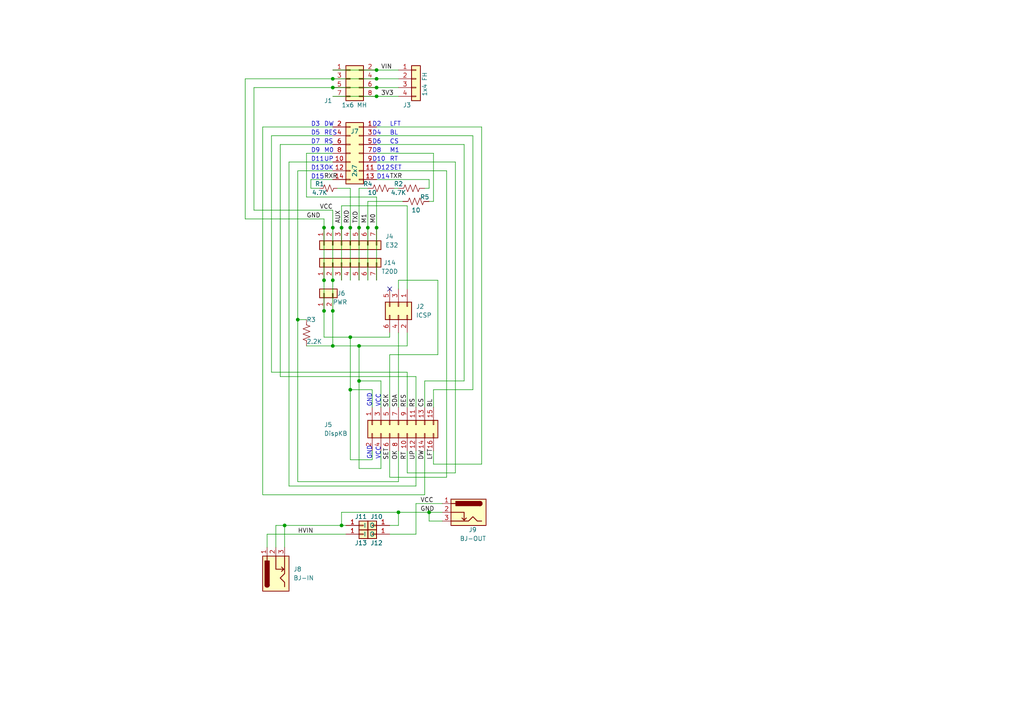
<source format=kicad_sch>
(kicad_sch (version 20230121) (generator eeschema)
  (paper "A4")
  (lib_symbols
    (symbol "Connector:Barrel_Jack_Switch_Pin3Ring" (pin_names hide)
      (property "Reference" "J" (at 0 5.334 0))
      (property "Value" "Barrel_Jack_Switch_Pin3Ring" (at 0 -5.08 0))
      (symbol "Barrel_Jack_Switch_Pin3Ring_0_1"
        (rectangle (start -5.08 3.81) (end 5.08 -3.81) (stroke (width 0.254)) (fill (type background)))
        (arc (start -3.302 3.175) (mid -3.9343 2.54) (end -3.302 1.905) (stroke (width 0.254)))
        (arc (start -3.302 3.175) (mid -3.9343 2.54) (end -3.302 1.905) (stroke (width 0.254)) (fill (type outline)))
        (polyline (pts (xy 1.27 -2.286) (xy 1.905 -1.651)) (stroke (width 0.254)))
        (polyline (pts (xy 5.08 2.54) (xy 3.81 2.54)) (stroke (width 0.254)))
        (polyline (pts (xy 5.08 0) (xy 1.27 0) (xy 1.27 -2.286) (xy 0.635 -1.651)) (stroke (width 0.254)))
        (polyline (pts (xy -3.81 -2.54) (xy -2.54 -2.54) (xy -1.27 -1.27) (xy 0 -2.54) (xy 2.54 -2.54) (xy 5.08 -2.54)) (stroke (width 0.254)))
        (rectangle (start 3.683 3.175) (end -3.302 1.905) (stroke (width 0.254)) (fill (type outline)))
      )
      (symbol "Barrel_Jack_Switch_Pin3Ring_1_1"
        (pin passive line (at 7.62 2.54 180) (length 2.54) (name "~") (number "1"))
        (pin passive line (at 7.62 0 180) (length 2.54) (name "~") (number "2"))
        (pin passive line (at 7.62 -2.54 180) (length 2.54) (name "~") (number "3"))
      )
    )
    (symbol "Connector_Generic:Conn_01x01" (pin_names (offset 1.016) hide)
      (property "Reference" "J" (at 0 2.54 0))
      (property "Value" "Conn_01x01" (at 0 -2.54 0))
      (symbol "Conn_01x01_1_1"
        (rectangle (start -1.27 0.127) (end 0 -0.127) (stroke (width 0.1524)))
        (rectangle (start -1.27 1.27) (end 1.27 -1.27) (stroke (width 0.254)) (fill (type background)))
        (pin passive line (at -5.08 0 0) (length 3.81) (name "Pin_1") (number "1"))
      )
    )
    (symbol "Connector_Generic:Conn_01x02" (pin_names (offset 1.016) hide)
      (property "Reference" "J" (at 0 2.54 0))
      (property "Value" "Conn_01x02" (at 0 -5.08 0))
      (symbol "Conn_01x02_1_1"
        (rectangle (start -1.27 -2.413) (end 0 -2.667) (stroke (width 0.1524)))
        (rectangle (start -1.27 0.127) (end 0 -0.127) (stroke (width 0.1524)))
        (rectangle (start -1.27 1.27) (end 1.27 -3.81) (stroke (width 0.254)) (fill (type background)))
        (pin passive line (at -5.08 0 0) (length 3.81) (name "Pin_1") (number "1"))
        (pin passive line (at -5.08 -2.54 0) (length 3.81) (name "Pin_2") (number "2"))
      )
    )
    (symbol "Connector_Generic:Conn_01x04" (pin_names (offset 1.016) hide)
      (property "Reference" "J" (at 0 5.08 0))
      (property "Value" "Conn_01x04" (at 0 -7.62 0))
      (symbol "Conn_01x04_1_1"
        (rectangle (start -1.27 -4.953) (end 0 -5.207) (stroke (width 0.1524)))
        (rectangle (start -1.27 -2.413) (end 0 -2.667) (stroke (width 0.1524)))
        (rectangle (start -1.27 0.127) (end 0 -0.127) (stroke (width 0.1524)))
        (rectangle (start -1.27 2.667) (end 0 2.413) (stroke (width 0.1524)))
        (rectangle (start -1.27 3.81) (end 1.27 -6.35) (stroke (width 0.254)) (fill (type background)))
        (pin passive line (at -5.08 2.54 0) (length 3.81) (name "Pin_1") (number "1"))
        (pin passive line (at -5.08 0 0) (length 3.81) (name "Pin_2") (number "2"))
        (pin passive line (at -5.08 -2.54 0) (length 3.81) (name "Pin_3") (number "3"))
        (pin passive line (at -5.08 -5.08 0) (length 3.81) (name "Pin_4") (number "4"))
      )
    )
    (symbol "Connector_Generic:Conn_01x07" (pin_names (offset 1.016) hide)
      (property "Reference" "J" (at 0 10.16 0))
      (property "Value" "Conn_01x07" (at 0 -10.16 0))
      (symbol "Conn_01x07_1_1"
        (rectangle (start -1.27 -7.493) (end 0 -7.747) (stroke (width 0.1524)))
        (rectangle (start -1.27 -4.953) (end 0 -5.207) (stroke (width 0.1524)))
        (rectangle (start -1.27 -2.413) (end 0 -2.667) (stroke (width 0.1524)))
        (rectangle (start -1.27 0.127) (end 0 -0.127) (stroke (width 0.1524)))
        (rectangle (start -1.27 2.667) (end 0 2.413) (stroke (width 0.1524)))
        (rectangle (start -1.27 5.207) (end 0 4.953) (stroke (width 0.1524)))
        (rectangle (start -1.27 7.747) (end 0 7.493) (stroke (width 0.1524)))
        (rectangle (start -1.27 8.89) (end 1.27 -8.89) (stroke (width 0.254)) (fill (type background)))
        (pin passive line (at -5.08 7.62 0) (length 3.81) (name "Pin_1") (number "1"))
        (pin passive line (at -5.08 5.08 0) (length 3.81) (name "Pin_2") (number "2"))
        (pin passive line (at -5.08 2.54 0) (length 3.81) (name "Pin_3") (number "3"))
        (pin passive line (at -5.08 0 0) (length 3.81) (name "Pin_4") (number "4"))
        (pin passive line (at -5.08 -2.54 0) (length 3.81) (name "Pin_5") (number "5"))
        (pin passive line (at -5.08 -5.08 0) (length 3.81) (name "Pin_6") (number "6"))
        (pin passive line (at -5.08 -7.62 0) (length 3.81) (name "Pin_7") (number "7"))
      )
    )
    (symbol "Connector_Generic:Conn_02x03_Odd_Even" (pin_names (offset 1.016) hide)
      (property "Reference" "J" (at 1.27 5.08 0))
      (property "Value" "Conn_02x03_Odd_Even" (at 1.27 -5.08 0))
      (symbol "Conn_02x03_Odd_Even_1_1"
        (rectangle (start -1.27 -2.413) (end 0 -2.667) (stroke (width 0.1524)))
        (rectangle (start -1.27 0.127) (end 0 -0.127) (stroke (width 0.1524)))
        (rectangle (start -1.27 2.667) (end 0 2.413) (stroke (width 0.1524)))
        (rectangle (start -1.27 3.81) (end 3.81 -3.81) (stroke (width 0.254)) (fill (type background)))
        (rectangle (start 3.81 -2.413) (end 2.54 -2.667) (stroke (width 0.1524)))
        (rectangle (start 3.81 0.127) (end 2.54 -0.127) (stroke (width 0.1524)))
        (rectangle (start 3.81 2.667) (end 2.54 2.413) (stroke (width 0.1524)))
        (pin passive line (at -5.08 2.54 0) (length 3.81) (name "Pin_1") (number "1"))
        (pin passive line (at 7.62 2.54 180) (length 3.81) (name "Pin_2") (number "2"))
        (pin passive line (at -5.08 0 0) (length 3.81) (name "Pin_3") (number "3"))
        (pin passive line (at 7.62 0 180) (length 3.81) (name "Pin_4") (number "4"))
        (pin passive line (at -5.08 -2.54 0) (length 3.81) (name "Pin_5") (number "5"))
        (pin passive line (at 7.62 -2.54 180) (length 3.81) (name "Pin_6") (number "6"))
      )
    )
    (symbol "Connector_Generic:Conn_02x04_Odd_Even" (pin_names (offset 1.016) hide)
      (property "Reference" "J" (at 1.27 5.08 0))
      (property "Value" "Conn_02x04_Odd_Even" (at 1.27 -7.62 0))
      (symbol "Conn_02x04_Odd_Even_1_1"
        (rectangle (start -1.27 -4.953) (end 0 -5.207) (stroke (width 0.1524)))
        (rectangle (start -1.27 -2.413) (end 0 -2.667) (stroke (width 0.1524)))
        (rectangle (start -1.27 0.127) (end 0 -0.127) (stroke (width 0.1524)))
        (rectangle (start -1.27 2.667) (end 0 2.413) (stroke (width 0.1524)))
        (rectangle (start -1.27 3.81) (end 3.81 -6.35) (stroke (width 0.254)) (fill (type background)))
        (rectangle (start 3.81 -4.953) (end 2.54 -5.207) (stroke (width 0.1524)))
        (rectangle (start 3.81 -2.413) (end 2.54 -2.667) (stroke (width 0.1524)))
        (rectangle (start 3.81 0.127) (end 2.54 -0.127) (stroke (width 0.1524)))
        (rectangle (start 3.81 2.667) (end 2.54 2.413) (stroke (width 0.1524)))
        (pin passive line (at -5.08 2.54 0) (length 3.81) (name "Pin_1") (number "1"))
        (pin passive line (at 7.62 2.54 180) (length 3.81) (name "Pin_2") (number "2"))
        (pin passive line (at -5.08 0 0) (length 3.81) (name "Pin_3") (number "3"))
        (pin passive line (at 7.62 0 180) (length 3.81) (name "Pin_4") (number "4"))
        (pin passive line (at -5.08 -2.54 0) (length 3.81) (name "Pin_5") (number "5"))
        (pin passive line (at 7.62 -2.54 180) (length 3.81) (name "Pin_6") (number "6"))
        (pin passive line (at -5.08 -5.08 0) (length 3.81) (name "Pin_7") (number "7"))
        (pin passive line (at 7.62 -5.08 180) (length 3.81) (name "Pin_8") (number "8"))
      )
    )
    (symbol "Connector_Generic:Conn_02x07_Odd_Even" (pin_names (offset 1.016) hide)
      (property "Reference" "J" (at 1.27 10.16 0))
      (property "Value" "Conn_02x07_Odd_Even" (at 1.27 -10.16 0))
      (symbol "Conn_02x07_Odd_Even_1_1"
        (rectangle (start -1.27 -7.493) (end 0 -7.747) (stroke (width 0.1524)))
        (rectangle (start -1.27 -4.953) (end 0 -5.207) (stroke (width 0.1524)))
        (rectangle (start -1.27 -2.413) (end 0 -2.667) (stroke (width 0.1524)))
        (rectangle (start -1.27 0.127) (end 0 -0.127) (stroke (width 0.1524)))
        (rectangle (start -1.27 2.667) (end 0 2.413) (stroke (width 0.1524)))
        (rectangle (start -1.27 5.207) (end 0 4.953) (stroke (width 0.1524)))
        (rectangle (start -1.27 7.747) (end 0 7.493) (stroke (width 0.1524)))
        (rectangle (start -1.27 8.89) (end 3.81 -8.89) (stroke (width 0.254)) (fill (type background)))
        (rectangle (start 3.81 -7.493) (end 2.54 -7.747) (stroke (width 0.1524)))
        (rectangle (start 3.81 -4.953) (end 2.54 -5.207) (stroke (width 0.1524)))
        (rectangle (start 3.81 -2.413) (end 2.54 -2.667) (stroke (width 0.1524)))
        (rectangle (start 3.81 0.127) (end 2.54 -0.127) (stroke (width 0.1524)))
        (rectangle (start 3.81 2.667) (end 2.54 2.413) (stroke (width 0.1524)))
        (rectangle (start 3.81 5.207) (end 2.54 4.953) (stroke (width 0.1524)))
        (rectangle (start 3.81 7.747) (end 2.54 7.493) (stroke (width 0.1524)))
        (pin passive line (at -5.08 7.62 0) (length 3.81) (name "Pin_1") (number "1"))
        (pin passive line (at 7.62 -2.54 180) (length 3.81) (name "Pin_10") (number "10"))
        (pin passive line (at -5.08 -5.08 0) (length 3.81) (name "Pin_11") (number "11"))
        (pin passive line (at 7.62 -5.08 180) (length 3.81) (name "Pin_12") (number "12"))
        (pin passive line (at -5.08 -7.62 0) (length 3.81) (name "Pin_13") (number "13"))
        (pin passive line (at 7.62 -7.62 180) (length 3.81) (name "Pin_14") (number "14"))
        (pin passive line (at 7.62 7.62 180) (length 3.81) (name "Pin_2") (number "2"))
        (pin passive line (at -5.08 5.08 0) (length 3.81) (name "Pin_3") (number "3"))
        (pin passive line (at 7.62 5.08 180) (length 3.81) (name "Pin_4") (number "4"))
        (pin passive line (at -5.08 2.54 0) (length 3.81) (name "Pin_5") (number "5"))
        (pin passive line (at 7.62 2.54 180) (length 3.81) (name "Pin_6") (number "6"))
        (pin passive line (at -5.08 0 0) (length 3.81) (name "Pin_7") (number "7"))
        (pin passive line (at 7.62 0 180) (length 3.81) (name "Pin_8") (number "8"))
        (pin passive line (at -5.08 -2.54 0) (length 3.81) (name "Pin_9") (number "9"))
      )
    )
    (symbol "Connector_Generic:Conn_02x08_Odd_Even" (pin_names (offset 1.016) hide)
      (property "Reference" "J" (at 1.27 10.16 0))
      (property "Value" "Conn_02x08_Odd_Even" (at 1.27 -12.7 0))
      (symbol "Conn_02x08_Odd_Even_1_1"
        (rectangle (start -1.27 -10.033) (end 0 -10.287) (stroke (width 0.1524)))
        (rectangle (start -1.27 -7.493) (end 0 -7.747) (stroke (width 0.1524)))
        (rectangle (start -1.27 -4.953) (end 0 -5.207) (stroke (width 0.1524)))
        (rectangle (start -1.27 -2.413) (end 0 -2.667) (stroke (width 0.1524)))
        (rectangle (start -1.27 0.127) (end 0 -0.127) (stroke (width 0.1524)))
        (rectangle (start -1.27 2.667) (end 0 2.413) (stroke (width 0.1524)))
        (rectangle (start -1.27 5.207) (end 0 4.953) (stroke (width 0.1524)))
        (rectangle (start -1.27 7.747) (end 0 7.493) (stroke (width 0.1524)))
        (rectangle (start -1.27 8.89) (end 3.81 -11.43) (stroke (width 0.254)) (fill (type background)))
        (rectangle (start 3.81 -10.033) (end 2.54 -10.287) (stroke (width 0.1524)))
        (rectangle (start 3.81 -7.493) (end 2.54 -7.747) (stroke (width 0.1524)))
        (rectangle (start 3.81 -4.953) (end 2.54 -5.207) (stroke (width 0.1524)))
        (rectangle (start 3.81 -2.413) (end 2.54 -2.667) (stroke (width 0.1524)))
        (rectangle (start 3.81 0.127) (end 2.54 -0.127) (stroke (width 0.1524)))
        (rectangle (start 3.81 2.667) (end 2.54 2.413) (stroke (width 0.1524)))
        (rectangle (start 3.81 5.207) (end 2.54 4.953) (stroke (width 0.1524)))
        (rectangle (start 3.81 7.747) (end 2.54 7.493) (stroke (width 0.1524)))
        (pin passive line (at -5.08 7.62 0) (length 3.81) (name "Pin_1") (number "1"))
        (pin passive line (at 7.62 -2.54 180) (length 3.81) (name "Pin_10") (number "10"))
        (pin passive line (at -5.08 -5.08 0) (length 3.81) (name "Pin_11") (number "11"))
        (pin passive line (at 7.62 -5.08 180) (length 3.81) (name "Pin_12") (number "12"))
        (pin passive line (at -5.08 -7.62 0) (length 3.81) (name "Pin_13") (number "13"))
        (pin passive line (at 7.62 -7.62 180) (length 3.81) (name "Pin_14") (number "14"))
        (pin passive line (at -5.08 -10.16 0) (length 3.81) (name "Pin_15") (number "15"))
        (pin passive line (at 7.62 -10.16 180) (length 3.81) (name "Pin_16") (number "16"))
        (pin passive line (at 7.62 7.62 180) (length 3.81) (name "Pin_2") (number "2"))
        (pin passive line (at -5.08 5.08 0) (length 3.81) (name "Pin_3") (number "3"))
        (pin passive line (at 7.62 5.08 180) (length 3.81) (name "Pin_4") (number "4"))
        (pin passive line (at -5.08 2.54 0) (length 3.81) (name "Pin_5") (number "5"))
        (pin passive line (at 7.62 2.54 180) (length 3.81) (name "Pin_6") (number "6"))
        (pin passive line (at -5.08 0 0) (length 3.81) (name "Pin_7") (number "7"))
        (pin passive line (at 7.62 0 180) (length 3.81) (name "Pin_8") (number "8"))
        (pin passive line (at -5.08 -2.54 0) (length 3.81) (name "Pin_9") (number "9"))
      )
    )
    (symbol "Device:R_Small_US" (pin_numbers hide) (pin_names (offset 0.254) hide)
      (property "Reference" "R" (at 0.762 0.508 0))
      (property "Value" "R_Small_US" (at 0.762 -1.016 0))
      (symbol "R_Small_US_1_1"
        (polyline (pts (xy 0 0) (xy 1.016 -0.381) (xy 0 -0.762) (xy -1.016 -1.143) (xy 0 -1.524)))
        (polyline (pts (xy 0 1.524) (xy 1.016 1.143) (xy 0 0.762) (xy -1.016 0.381) (xy 0 0)))
        (pin passive line (at 0 2.54 270) (length 1.016) (name "~") (number "1"))
        (pin passive line (at 0 -2.54 90) (length 1.016) (name "~") (number "2"))
      )
    )
    (symbol "Device:R_US" (pin_numbers hide) (pin_names (offset 0))
      (property "Reference" "R" (at 2.54 0 90))
      (property "Value" "R_US" (at -2.54 0 90))
      (symbol "R_US_0_1"
        (polyline (pts (xy 0 -2.286) (xy 0 -2.54)))
        (polyline (pts (xy 0 2.286) (xy 0 2.54)))
        (polyline (pts (xy 0 -0.762) (xy 1.016 -1.143) (xy 0 -1.524) (xy -1.016 -1.905) (xy 0 -2.286)))
        (polyline (pts (xy 0 0.762) (xy 1.016 0.381) (xy 0 0) (xy -1.016 -0.381) (xy 0 -0.762)))
        (polyline (pts (xy 0 2.286) (xy 1.016 1.905) (xy 0 1.524) (xy -1.016 1.143) (xy 0 0.762)))
      )
      (symbol "R_US_1_1"
        (pin passive line (at 0 3.81 270) (length 1.27) (name "~") (number "1"))
        (pin passive line (at 0 -3.81 90) (length 1.27) (name "~") (number "2"))
      )
    )
  )
  (junction (at 96.52 25.4))
  (junction (at 96.52 81.28))
  (junction (at 124.46 148.59))
  (junction (at 109.22 27.94))
  (junction (at 93.98 90.17))
  (junction (at 96.52 22.86))
  (junction (at 93.98 66.04))
  (junction (at 99.06 152.4))
  (junction (at 99.06 66.04))
  (junction (at 104.14 66.04))
  (junction (at 104.14 100.33))
  (junction (at 86.36 92.71))
  (junction (at 93.98 81.28))
  (junction (at 96.52 90.17))
  (junction (at 109.22 66.04))
  (junction (at 101.6 97.79))
  (junction (at 101.6 66.04))
  (junction (at 82.55 152.4))
  (junction (at 115.57 148.59))
  (junction (at 104.14 110.49))
  (junction (at 109.22 25.4))
  (junction (at 96.52 66.04))
  (junction (at 96.52 100.33))
  (junction (at 109.22 20.32))
  (junction (at 106.68 66.04))
  (junction (at 101.6 113.03))
  (junction (at 109.22 22.86))
  (no_connect (at 113.03 83.82))
  (wire (pts (xy 93.98 97.79) (xy 101.6 97.79)))
  (wire (pts (xy 107.95 118.11) (xy 107.95 113.03)))
  (wire (pts (xy 81.28 41.91) (xy 81.28 109.22)))
  (wire (pts (xy 78.74 39.37) (xy 78.74 107.95)))
  (wire (pts (xy 137.16 39.37) (xy 137.16 113.03)))
  (wire (pts (xy 96.52 36.83) (xy 76.2 36.83)))
  (wire (pts (xy 82.55 152.4) (xy 80.01 152.4)))
  (wire (pts (xy 109.22 66.04) (xy 109.22 81.28)))
  (wire (pts (xy 100.33 152.4) (xy 99.06 152.4)))
  (wire (pts (xy 104.14 135.89) (xy 110.49 135.89)))
  (wire (pts (xy 114.3 54.61) (xy 115.57 54.61)))
  (wire (pts (xy 93.98 81.28) (xy 93.98 90.17)))
  (wire (pts (xy 118.11 100.33) (xy 104.14 100.33)))
  (wire (pts (xy 101.6 54.61) (xy 101.6 66.04)))
  (wire (pts (xy 101.6 66.04) (xy 101.6 81.28)))
  (wire (pts (xy 86.36 92.71) (xy 88.9 92.71)))
  (wire (pts (xy 125.73 113.03) (xy 137.16 113.03)))
  (wire (pts (xy 109.22 20.32) (xy 115.57 20.32)))
  (wire (pts (xy 115.57 96.52) (xy 115.57 118.11)))
  (wire (pts (xy 97.79 54.61) (xy 101.6 54.61)))
  (wire (pts (xy 73.66 25.4) (xy 96.52 25.4)))
  (wire (pts (xy 129.54 49.53) (xy 129.54 138.43)))
  (wire (pts (xy 123.19 54.61) (xy 124.46 54.61)))
  (wire (pts (xy 99.06 152.4) (xy 82.55 152.4)))
  (wire (pts (xy 109.22 27.94) (xy 115.57 27.94)))
  (wire (pts (xy 88.9 100.33) (xy 96.52 100.33)))
  (wire (pts (xy 109.22 46.99) (xy 132.08 46.99)))
  (wire (pts (xy 110.49 130.81) (xy 110.49 135.89)))
  (wire (pts (xy 104.14 66.04) (xy 104.14 81.28)))
  (wire (pts (xy 107.95 113.03) (xy 101.6 113.03)))
  (wire (pts (xy 123.19 130.81) (xy 123.19 143.51)))
  (wire (pts (xy 96.52 90.17) (xy 96.52 100.33)))
  (wire (pts (xy 107.95 133.35) (xy 101.6 133.35)))
  (wire (pts (xy 76.2 36.83) (xy 76.2 143.51)))
  (wire (pts (xy 115.57 81.28) (xy 115.57 83.82)))
  (wire (pts (xy 83.82 46.99) (xy 83.82 140.97)))
  (wire (pts (xy 115.57 148.59) (xy 115.57 152.4)))
  (wire (pts (xy 120.65 146.05) (xy 120.65 154.94)))
  (wire (pts (xy 132.08 46.99) (xy 132.08 137.16)))
  (wire (pts (xy 88.9 44.45) (xy 88.9 57.15)))
  (wire (pts (xy 71.12 22.86) (xy 96.52 22.86)))
  (wire (pts (xy 125.73 130.81) (xy 125.73 134.62)))
  (wire (pts (xy 109.22 25.4) (xy 115.57 25.4)))
  (wire (pts (xy 73.66 60.96) (xy 96.52 60.96)))
  (wire (pts (xy 118.11 96.52) (xy 118.11 100.33)))
  (wire (pts (xy 125.73 113.03) (xy 125.73 118.11)))
  (wire (pts (xy 134.62 41.91) (xy 109.22 41.91)))
  (wire (pts (xy 93.98 66.04) (xy 93.98 81.28)))
  (wire (pts (xy 118.11 107.95) (xy 78.74 107.95)))
  (wire (pts (xy 96.52 22.86) (xy 109.22 22.86)))
  (wire (pts (xy 113.03 102.87) (xy 127 102.87)))
  (wire (pts (xy 71.12 22.86) (xy 71.12 63.5)))
  (wire (pts (xy 90.17 54.61) (xy 92.71 54.61)))
  (wire (pts (xy 104.14 110.49) (xy 104.14 135.89)))
  (wire (pts (xy 113.03 154.94) (xy 120.65 154.94)))
  (wire (pts (xy 115.57 139.7) (xy 86.36 139.7)))
  (wire (pts (xy 99.06 148.59) (xy 99.06 152.4)))
  (wire (pts (xy 93.98 90.17) (xy 93.98 97.79)))
  (wire (pts (xy 139.7 36.83) (xy 139.7 134.62)))
  (wire (pts (xy 127 81.28) (xy 115.57 81.28)))
  (wire (pts (xy 96.52 27.94) (xy 109.22 27.94)))
  (wire (pts (xy 86.36 92.71) (xy 86.36 139.7)))
  (wire (pts (xy 128.27 146.05) (xy 120.65 146.05)))
  (wire (pts (xy 71.12 63.5) (xy 93.98 63.5)))
  (wire (pts (xy 86.36 49.53) (xy 86.36 92.71)))
  (wire (pts (xy 96.52 100.33) (xy 104.14 100.33)))
  (wire (pts (xy 128.27 148.59) (xy 124.46 148.59)))
  (wire (pts (xy 120.65 109.22) (xy 120.65 118.11)))
  (wire (pts (xy 134.62 110.49) (xy 134.62 41.91)))
  (wire (pts (xy 90.17 52.07) (xy 90.17 54.61)))
  (wire (pts (xy 99.06 59.69) (xy 99.06 66.04)))
  (wire (pts (xy 109.22 36.83) (xy 139.7 36.83)))
  (wire (pts (xy 96.52 39.37) (xy 78.74 39.37)))
  (wire (pts (xy 83.82 140.97) (xy 120.65 140.97)))
  (wire (pts (xy 113.03 138.43) (xy 129.54 138.43)))
  (wire (pts (xy 107.95 130.81) (xy 107.95 133.35)))
  (wire (pts (xy 113.03 130.81) (xy 113.03 138.43)))
  (wire (pts (xy 109.22 39.37) (xy 137.16 39.37)))
  (wire (pts (xy 90.17 52.07) (xy 96.52 52.07)))
  (wire (pts (xy 106.68 58.42) (xy 106.68 66.04)))
  (wire (pts (xy 113.03 118.11) (xy 113.03 102.87)))
  (wire (pts (xy 109.22 49.53) (xy 129.54 49.53)))
  (wire (pts (xy 124.46 58.42) (xy 125.73 58.42)))
  (wire (pts (xy 106.68 58.42) (xy 116.84 58.42)))
  (wire (pts (xy 96.52 20.32) (xy 109.22 20.32)))
  (wire (pts (xy 101.6 113.03) (xy 101.6 133.35)))
  (wire (pts (xy 93.98 66.04) (xy 93.98 63.5)))
  (wire (pts (xy 82.55 152.4) (xy 82.55 158.75)))
  (wire (pts (xy 104.14 54.61) (xy 104.14 66.04)))
  (wire (pts (xy 113.03 152.4) (xy 115.57 152.4)))
  (wire (pts (xy 124.46 148.59) (xy 124.46 151.13)))
  (wire (pts (xy 124.46 52.07) (xy 124.46 54.61)))
  (wire (pts (xy 118.11 107.95) (xy 118.11 118.11)))
  (wire (pts (xy 115.57 130.81) (xy 115.57 139.7)))
  (wire (pts (xy 96.52 49.53) (xy 86.36 49.53)))
  (wire (pts (xy 124.46 148.59) (xy 115.57 148.59)))
  (wire (pts (xy 120.65 130.81) (xy 120.65 140.97)))
  (wire (pts (xy 125.73 44.45) (xy 125.73 58.42)))
  (wire (pts (xy 109.22 22.86) (xy 115.57 22.86)))
  (wire (pts (xy 120.65 109.22) (xy 81.28 109.22)))
  (wire (pts (xy 118.11 137.16) (xy 132.08 137.16)))
  (wire (pts (xy 96.52 60.96) (xy 96.52 66.04)))
  (wire (pts (xy 104.14 100.33) (xy 104.14 110.49)))
  (wire (pts (xy 101.6 97.79) (xy 113.03 97.79)))
  (wire (pts (xy 96.52 81.28) (xy 96.52 90.17)))
  (wire (pts (xy 96.52 44.45) (xy 88.9 44.45)))
  (wire (pts (xy 83.82 46.99) (xy 96.52 46.99)))
  (wire (pts (xy 109.22 66.04) (xy 109.22 57.15)))
  (wire (pts (xy 104.14 54.61) (xy 106.68 54.61)))
  (wire (pts (xy 109.22 44.45) (xy 125.73 44.45)))
  (wire (pts (xy 115.57 148.59) (xy 99.06 148.59)))
  (wire (pts (xy 73.66 25.4) (xy 73.66 60.96)))
  (wire (pts (xy 99.06 59.69) (xy 118.11 59.69)))
  (wire (pts (xy 77.47 154.94) (xy 77.47 158.75)))
  (wire (pts (xy 128.27 151.13) (xy 124.46 151.13)))
  (wire (pts (xy 118.11 130.81) (xy 118.11 137.16)))
  (wire (pts (xy 100.33 154.94) (xy 77.47 154.94)))
  (wire (pts (xy 109.22 52.07) (xy 124.46 52.07)))
  (wire (pts (xy 123.19 110.49) (xy 134.62 110.49)))
  (wire (pts (xy 123.19 143.51) (xy 76.2 143.51)))
  (wire (pts (xy 80.01 152.4) (xy 80.01 158.75)))
  (wire (pts (xy 110.49 110.49) (xy 110.49 118.11)))
  (wire (pts (xy 123.19 110.49) (xy 123.19 118.11)))
  (wire (pts (xy 99.06 66.04) (xy 99.06 81.28)))
  (wire (pts (xy 110.49 110.49) (xy 104.14 110.49)))
  (wire (pts (xy 81.28 41.91) (xy 96.52 41.91)))
  (wire (pts (xy 88.9 57.15) (xy 109.22 57.15)))
  (wire (pts (xy 96.52 25.4) (xy 109.22 25.4)))
  (wire (pts (xy 101.6 97.79) (xy 101.6 113.03)))
  (wire (pts (xy 113.03 96.52) (xy 113.03 97.79)))
  (wire (pts (xy 96.52 66.04) (xy 96.52 81.28)))
  (wire (pts (xy 125.73 134.62) (xy 139.7 134.62)))
  (wire (pts (xy 118.11 59.69) (xy 118.11 83.82)))
  (wire (pts (xy 127 102.87) (xy 127 81.28)))
  (wire (pts (xy 106.68 66.04) (xy 106.68 81.28)))
  (text "D5" (at 90.17 39.37 0) (effects (font (size 1.27 1.27)) (justify left bottom)))
  (text "RT" (at 113.03 46.99 0) (effects (font (size 1.27 1.27)) (justify left bottom)))
  (text "GND" (at 107.95 118.11 90) (effects (font (size 1.27 1.27)) (justify left bottom)))
  (text "D9" (at 90.17 44.45 0) (effects (font (size 1.27 1.27)) (justify left bottom)))
  (text "LFT" (at 113.03 36.83 0) (effects (font (size 1.27 1.27)) (justify left bottom)))
  (text "M0" (at 93.98 44.45 0) (effects (font (size 1.27 1.27)) (justify left bottom)))
  (text "CS" (at 113.03 41.91 0) (effects (font (size 1.27 1.27)) (justify left bottom)))
  (text "BL" (at 113.03 39.37 0) (effects (font (size 1.27 1.27)) (justify left bottom)))
  (text "D13" (at 90.17 49.53 0) (effects (font (size 1.27 1.27)) (justify left bottom)))
  (text "D6" (at 107.95 41.91 0) (effects (font (size 1.27 1.27)) (justify left bottom)))
  (text "RES" (at 93.98 39.37 0) (effects (font (size 1.27 1.27)) (justify left bottom)))
  (text "RS" (at 93.98 41.91 0) (effects (font (size 1.27 1.27)) (justify left bottom)))
  (text "SET" (at 113.03 49.53 0) (effects (font (size 1.27 1.27)) (justify left bottom)))
  (text "D4" (at 107.95 39.37 0) (effects (font (size 1.27 1.27)) (justify left bottom)))
  (text "D12" (at 109.22 49.53 0) (effects (font (size 1.27 1.27)) (justify left bottom)))
  (text "D7" (at 90.17 41.91 0) (effects (font (size 1.27 1.27)) (justify left bottom)))
  (text "D15" (at 90.17 52.07 0) (effects (font (size 1.27 1.27)) (justify left bottom)))
  (text "UP" (at 93.98 46.99 0) (effects (font (size 1.27 1.27)) (justify left bottom)))
  (text "OK" (at 93.98 49.53 0) (effects (font (size 1.27 1.27)) (justify left bottom)))
  (text "VCC" (at 110.49 133.35 90) (effects (font (size 1.27 1.27)) (justify left bottom)))
  (text "M1" (at 113.03 44.45 0) (effects (font (size 1.27 1.27)) (justify left bottom)))
  (text "D2" (at 107.95 36.83 0) (effects (font (size 1.27 1.27)) (justify left bottom)))
  (text "D14" (at 109.22 52.07 0) (effects (font (size 1.27 1.27)) (justify left bottom)))
  (text "D3" (at 90.17 36.83 0) (effects (font (size 1.27 1.27)) (justify left bottom)))
  (text "VCC" (at 110.49 118.11 90) (effects (font (size 1.27 1.27)) (justify left bottom)))
  (text "GND" (at 107.95 133.35 90) (effects (font (size 1.27 1.27)) (justify left bottom)))
  (text "D10" (at 107.95 46.99 0) (effects (font (size 1.27 1.27)) (justify left bottom)))
  (text "D11" (at 90.17 46.99 0) (effects (font (size 1.27 1.27)) (justify left bottom)))
  (text "D8" (at 107.95 44.45 0) (effects (font (size 1.27 1.27)) (justify left bottom)))
  (text "DW" (at 93.98 36.83 0) (effects (font (size 1.27 1.27)) (justify left bottom)))
  (label "GND" (at 88.9 63.5 0))
  (label "TXD" (at 104.14 64.77 90))
  (label "3V3" (at 110.49 27.94 0))
  (label "M1" (at 106.68 64.77 90))
  (label "CS" (at 123.19 118.11 90))
  (label "BL" (at 125.73 118.11 90))
  (label "RES" (at 118.11 118.11 90))
  (label "RXD" (at 101.6 64.77 90))
  (label "TXR" (at 113.03 52.07 0))
  (label "UP" (at 120.65 133.35 90))
  (label "HVIN" (at 86.36 154.94 0))
  (label "VIN" (at 110.49 20.32 0))
  (label "SDA" (at 115.57 114.3 270))
  (label "RS" (at 120.65 118.11 90))
  (label "SCK" (at 113.03 118.11 90))
  (label "SET" (at 113.03 133.35 90))
  (label "VCC" (at 92.71 60.96 0))
  (label "RXR" (at 93.98 52.07 0))
  (label "GND" (at 121.92 148.59 0))
  (label "OK" (at 115.57 133.35 90))
  (label "RT" (at 118.11 133.35 90))
  (label "VCC" (at 121.92 146.05 0))
  (label "LFT" (at 125.73 133.35 90))
  (label "M0" (at 109.22 64.77 90))
  (label "DW" (at 123.19 133.35 90))
  (label "AUX" (at 99.06 64.77 90))
  (symbol (lib_id "Connector_Generic:Conn_02x03_Odd_Even") (at 115.57 88.9 270) (unit 1)
    (property "Reference" "J2" (at 120.65 88.9 90) (effects (justify left)))
    (property "Value" "ICSP" (at 120.65 91.44 90) (effects (justify left)))
    (property "Footprint" "Connector_PinHeader_2.54mm:PinHeader_2x03_P2.54mm_Vertical" (effects hide))
  )
  (symbol (lib_id "Connector_Generic:Conn_01x07") (at 101.6 71.12 90) (mirror x) (unit 1)
    (property "Reference" "J4" (at 111.76 68.58 90) (effects (justify right)))
    (property "Value" "E32" (at 111.76 71.12 90) (effects (justify right)))
    (property "Footprint" "Connector_PinSocket_2.54mm:PinSocket_1x07_P2.54mm_Vertical" (effects hide))
  )
  (symbol (lib_id "Connector_Generic:Conn_02x07_Odd_Even") (at 104.14 44.45 0) (mirror y) (unit 1)
    (property "Reference" "J7" (at 102.87 38.1 0))
    (property "Value" "2x7" (at 102.87 49.53 90))
    (property "Footprint" "Connector_PinSocket_2.54mm:PinSocket_2x07_P2.54mm_Vertical" (effects hide))
  )
  (symbol (lib_id "Connector_Generic:Conn_02x08_Odd_Even") (at 115.57 123.19 90) (mirror x) (unit 1)
    (property "Reference" "J5" (at 93.98 123.19 90) (effects (justify right)))
    (property "Value" "DispKB" (at 93.98 125.73 90) (effects (justify right)))
    (property "Footprint" "Connector_PinSocket_2.54mm:PinSocket_2x08_P2.54mm_Vertical" (effects hide))
  )
  (symbol (lib_id "Connector_Generic:Conn_01x02") (at 93.98 85.09 90) (unit 1)
    (property "Reference" "J6" (at 97.79 85.09 90) (effects (justify right)))
    (property "Value" "PWR" (at 96.52 87.63 90) (effects (justify right)))
    (property "Footprint" "Connector_PinSocket_2.54mm:PinSocket_1x02_P2.54mm_Vertical" (effects hide))
  )
  (symbol (lib_id "Device:R_Small_US") (at 95.25 54.61 270) (unit 1)
    (property "Reference" "R1" (at 92.71 53.34 90))
    (property "Value" "4.7K" (at 92.71 55.88 90))
    (property "Footprint" "Resistor_SMD:R_0805_2012Metric_Pad1.20x1.40mm_HandSolder" (effects hide))
  )
  (symbol (lib_id "Connector_Generic:Conn_02x04_Odd_Even") (at 101.6 22.86 0) (unit 1)
    (property "Reference" "J1" (at 93.98 29.21 0) (effects (justify left)))
    (property "Value" "1x6 MH" (at 99.06 30.48 0) (effects (justify left)))
    (property "Footprint" "Connector_PinSocket_2.54mm:PinSocket_2x04_P2.54mm_Vertical" (effects hide))
  )
  (symbol (lib_id "Connector_Generic:Conn_01x04") (at 120.65 22.86 0) (unit 1)
    (property "Reference" "J3" (at 116.84 30.48 0) (effects (justify left)))
    (property "Value" "1x4 FH" (at 123.19 27.94 90) (effects (justify left)))
    (property "Footprint" "Connector_PinSocket_2.54mm:PinSocket_1x04_P2.54mm_Vertical" (effects hide))
  )
  (symbol (lib_id "Connector:Barrel_Jack_Switch_Pin3Ring") (at 80.01 166.37 90) (unit 1)
    (property "Reference" "J8" (at 85.09 165.1 90) (effects (justify right)))
    (property "Value" "BJ-IN" (at 85.09 167.64 90) (effects (justify right)))
    (property "Footprint" "Connector_BarrelJack:BarrelJack_Horizontal" (effects hide))
  )
  (symbol (lib_id "Device:R_US") (at 88.9 96.52 180) (unit 1)
    (property "Reference" "R3" (at 88.9 92.71 0) (effects (justify right)))
    (property "Value" "2.2K" (at 88.9 99.06 0) (effects (justify right)))
    (property "Footprint" "Resistor_SMD:R_0805_2012Metric_Pad1.20x1.40mm_HandSolder" (effects hide))
  )
  (symbol (lib_id "Connector_Generic:Conn_01x01") (at 105.41 152.4 0) (unit 1)
    (property "Reference" "J11" (at 102.87 149.86 0) (effects (justify left)))
    (property "Value" "I" (at 105.41 152.4 0) (effects (justify left)))
    (property "Footprint" "Connector_PinSocket_2.54mm:PinSocket_1x01_P2.54mm_Vertical" (effects hide))
  )
  (symbol (lib_id "Device:R_US") (at 110.49 54.61 90) (unit 1)
    (property "Reference" "R4" (at 106.68 53.34 90))
    (property "Value" "10" (at 107.95 55.88 90))
    (property "Footprint" "Resistor_SMD:R_0805_2012Metric_Pad1.20x1.40mm_HandSolder" (effects hide))
  )
  (symbol (lib_id "Connector_Generic:Conn_01x07") (at 101.6 76.2 90) (unit 1)
    (property "Reference" "J14" (at 113.03 76.2 90))
    (property "Value" "T20D" (at 113.03 78.74 90))
    (property "Footprint" "Connector_PinSocket_2.54mm:PinSocket_1x07_P2.54mm_Vertical" (effects hide))
  )
  (symbol (lib_id "Connector_Generic:Conn_01x01") (at 105.41 154.94 0) (unit 1)
    (property "Reference" "J13" (at 102.87 157.48 0) (effects (justify left)))
    (property "Value" "I" (at 105.41 154.94 0) (effects (justify left)))
    (property "Footprint" "Connector_PinSocket_2.54mm:PinSocket_1x01_P2.54mm_Vertical" (effects hide))
  )
  (symbol (lib_id "Connector_Generic:Conn_01x01") (at 107.95 152.4 180) (unit 1)
    (property "Reference" "J10" (at 109.22 149.86 0))
    (property "Value" "O" (at 107.95 152.4 0))
    (property "Footprint" "Connector_PinSocket_2.54mm:PinSocket_1x01_P2.54mm_Vertical" (effects hide))
  )
  (symbol (lib_id "Connector_Generic:Conn_01x01") (at 107.95 154.94 180) (unit 1)
    (property "Reference" "J12" (at 109.22 157.48 0))
    (property "Value" "O" (at 107.95 154.94 0))
    (property "Footprint" "Connector_PinSocket_2.54mm:PinSocket_1x01_P2.54mm_Vertical" (effects hide))
  )
  (symbol (lib_id "Device:R_US") (at 120.65 58.42 90) (unit 1)
    (property "Reference" "R5" (at 123.19 57.15 90))
    (property "Value" "10" (at 120.65 60.96 90))
    (property "Footprint" "Resistor_SMD:R_0805_2012Metric_Pad1.20x1.40mm_HandSolder" (effects hide))
  )
  (symbol (lib_id "Connector:Barrel_Jack_Switch_Pin3Ring") (at 135.89 148.59 0) (mirror y) (unit 1)
    (property "Reference" "J9" (at 135.89 153.67 0) (effects (justify right)))
    (property "Value" "BJ-OUT" (at 133.35 156.21 0) (effects (justify right)))
    (property "Footprint" "Connector_BarrelJack:BarrelJack_Horizontal" (effects hide))
  )
  (symbol (lib_id "Device:R_US") (at 119.38 54.61 90) (unit 1)
    (property "Reference" "R2" (at 115.57 53.34 90))
    (property "Value" "4.7K" (at 115.57 55.88 90))
    (property "Footprint" "Resistor_SMD:R_0805_2012Metric_Pad1.20x1.40mm_HandSolder" (effects hide))
  )
)
</source>
